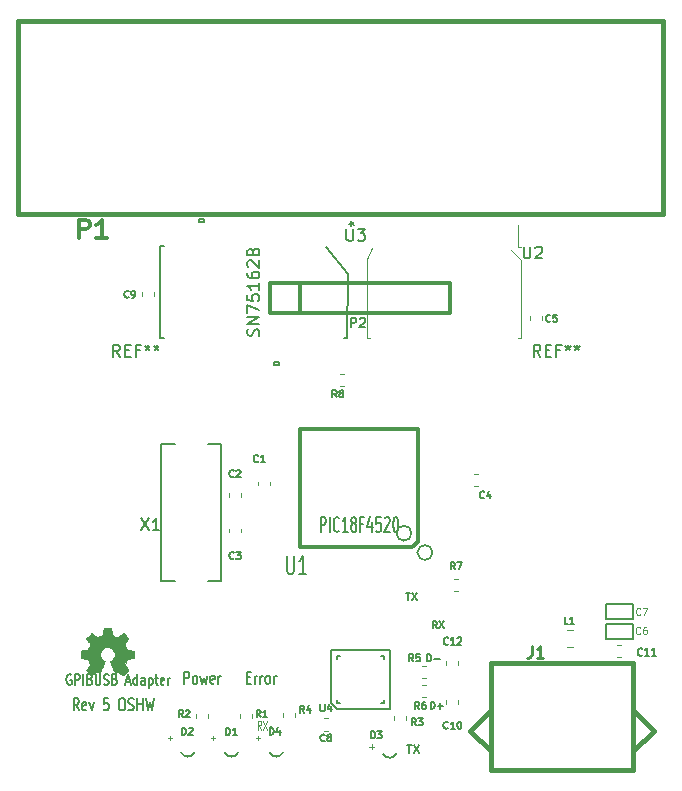
<source format=gto>
G04 #@! TF.GenerationSoftware,KiCad,Pcbnew,(5.1.4)-1*
G04 #@! TF.CreationDate,2020-11-06T15:37:27+01:00*
G04 #@! TF.ProjectId,usb_to_gpib,7573625f-746f-45f6-9770-69622e6b6963,RevB*
G04 #@! TF.SameCoordinates,Original*
G04 #@! TF.FileFunction,Legend,Top*
G04 #@! TF.FilePolarity,Positive*
%FSLAX46Y46*%
G04 Gerber Fmt 4.6, Leading zero omitted, Abs format (unit mm)*
G04 Created by KiCad (PCBNEW (5.1.4)-1) date 2020-11-06 15:37:27*
%MOMM*%
%LPD*%
G04 APERTURE LIST*
%ADD10C,0.152400*%
%ADD11C,0.127000*%
%ADD12C,0.101600*%
%ADD13C,0.150000*%
%ADD14C,0.190500*%
%ADD15C,0.149860*%
%ADD16C,0.200660*%
%ADD17C,0.120000*%
%ADD18C,0.203200*%
%ADD19C,0.304800*%
%ADD20C,0.381000*%
%ADD21C,0.002540*%
%ADD22C,0.200000*%
%ADD23C,0.250000*%
%ADD24C,0.114300*%
%ADD25C,0.050000*%
G04 APERTURE END LIST*
D10*
X48933333Y-143690000D02*
X48866666Y-143647142D01*
X48766666Y-143647142D01*
X48666666Y-143690000D01*
X48600000Y-143775714D01*
X48566666Y-143861428D01*
X48533333Y-144032857D01*
X48533333Y-144161428D01*
X48566666Y-144332857D01*
X48600000Y-144418571D01*
X48666666Y-144504285D01*
X48766666Y-144547142D01*
X48833333Y-144547142D01*
X48933333Y-144504285D01*
X48966666Y-144461428D01*
X48966666Y-144161428D01*
X48833333Y-144161428D01*
X49266666Y-144547142D02*
X49266666Y-143647142D01*
X49533333Y-143647142D01*
X49600000Y-143690000D01*
X49633333Y-143732857D01*
X49666666Y-143818571D01*
X49666666Y-143947142D01*
X49633333Y-144032857D01*
X49600000Y-144075714D01*
X49533333Y-144118571D01*
X49266666Y-144118571D01*
X49966666Y-144547142D02*
X49966666Y-143647142D01*
X50533333Y-144075714D02*
X50633333Y-144118571D01*
X50666666Y-144161428D01*
X50700000Y-144247142D01*
X50700000Y-144375714D01*
X50666666Y-144461428D01*
X50633333Y-144504285D01*
X50566666Y-144547142D01*
X50300000Y-144547142D01*
X50300000Y-143647142D01*
X50533333Y-143647142D01*
X50600000Y-143690000D01*
X50633333Y-143732857D01*
X50666666Y-143818571D01*
X50666666Y-143904285D01*
X50633333Y-143990000D01*
X50600000Y-144032857D01*
X50533333Y-144075714D01*
X50300000Y-144075714D01*
X51000000Y-143647142D02*
X51000000Y-144375714D01*
X51033333Y-144461428D01*
X51066666Y-144504285D01*
X51133333Y-144547142D01*
X51266666Y-144547142D01*
X51333333Y-144504285D01*
X51366666Y-144461428D01*
X51400000Y-144375714D01*
X51400000Y-143647142D01*
X51700000Y-144504285D02*
X51800000Y-144547142D01*
X51966666Y-144547142D01*
X52033333Y-144504285D01*
X52066666Y-144461428D01*
X52100000Y-144375714D01*
X52100000Y-144290000D01*
X52066666Y-144204285D01*
X52033333Y-144161428D01*
X51966666Y-144118571D01*
X51833333Y-144075714D01*
X51766666Y-144032857D01*
X51733333Y-143990000D01*
X51700000Y-143904285D01*
X51700000Y-143818571D01*
X51733333Y-143732857D01*
X51766666Y-143690000D01*
X51833333Y-143647142D01*
X52000000Y-143647142D01*
X52100000Y-143690000D01*
X52633333Y-144075714D02*
X52733333Y-144118571D01*
X52766666Y-144161428D01*
X52800000Y-144247142D01*
X52800000Y-144375714D01*
X52766666Y-144461428D01*
X52733333Y-144504285D01*
X52666666Y-144547142D01*
X52400000Y-144547142D01*
X52400000Y-143647142D01*
X52633333Y-143647142D01*
X52700000Y-143690000D01*
X52733333Y-143732857D01*
X52766666Y-143818571D01*
X52766666Y-143904285D01*
X52733333Y-143990000D01*
X52700000Y-144032857D01*
X52633333Y-144075714D01*
X52400000Y-144075714D01*
X53600000Y-144290000D02*
X53933333Y-144290000D01*
X53533333Y-144547142D02*
X53766666Y-143647142D01*
X54000000Y-144547142D01*
X54533333Y-144547142D02*
X54533333Y-143647142D01*
X54533333Y-144504285D02*
X54466666Y-144547142D01*
X54333333Y-144547142D01*
X54266666Y-144504285D01*
X54233333Y-144461428D01*
X54200000Y-144375714D01*
X54200000Y-144118571D01*
X54233333Y-144032857D01*
X54266666Y-143990000D01*
X54333333Y-143947142D01*
X54466666Y-143947142D01*
X54533333Y-143990000D01*
X55166666Y-144547142D02*
X55166666Y-144075714D01*
X55133333Y-143990000D01*
X55066666Y-143947142D01*
X54933333Y-143947142D01*
X54866666Y-143990000D01*
X55166666Y-144504285D02*
X55100000Y-144547142D01*
X54933333Y-144547142D01*
X54866666Y-144504285D01*
X54833333Y-144418571D01*
X54833333Y-144332857D01*
X54866666Y-144247142D01*
X54933333Y-144204285D01*
X55100000Y-144204285D01*
X55166666Y-144161428D01*
X55500000Y-143947142D02*
X55500000Y-144847142D01*
X55500000Y-143990000D02*
X55566666Y-143947142D01*
X55700000Y-143947142D01*
X55766666Y-143990000D01*
X55800000Y-144032857D01*
X55833333Y-144118571D01*
X55833333Y-144375714D01*
X55800000Y-144461428D01*
X55766666Y-144504285D01*
X55700000Y-144547142D01*
X55566666Y-144547142D01*
X55500000Y-144504285D01*
X56033333Y-143947142D02*
X56300000Y-143947142D01*
X56133333Y-143647142D02*
X56133333Y-144418571D01*
X56166666Y-144504285D01*
X56233333Y-144547142D01*
X56300000Y-144547142D01*
X56800000Y-144504285D02*
X56733333Y-144547142D01*
X56600000Y-144547142D01*
X56533333Y-144504285D01*
X56500000Y-144418571D01*
X56500000Y-144075714D01*
X56533333Y-143990000D01*
X56600000Y-143947142D01*
X56733333Y-143947142D01*
X56800000Y-143990000D01*
X56833333Y-144075714D01*
X56833333Y-144161428D01*
X56500000Y-144247142D01*
X57133333Y-144547142D02*
X57133333Y-143947142D01*
X57133333Y-144118571D02*
X57166666Y-144032857D01*
X57200000Y-143990000D01*
X57266666Y-143947142D01*
X57333333Y-143947142D01*
D11*
X77292857Y-136751428D02*
X77635714Y-136751428D01*
X77464285Y-137351428D02*
X77464285Y-136751428D01*
X77778571Y-136751428D02*
X78178571Y-137351428D01*
X78178571Y-136751428D02*
X77778571Y-137351428D01*
D12*
X65025333Y-148344714D02*
X64856000Y-147981857D01*
X64735047Y-148344714D02*
X64735047Y-147582714D01*
X64928571Y-147582714D01*
X64976952Y-147619000D01*
X65001142Y-147655285D01*
X65025333Y-147727857D01*
X65025333Y-147836714D01*
X65001142Y-147909285D01*
X64976952Y-147945571D01*
X64928571Y-147981857D01*
X64735047Y-147981857D01*
X65194666Y-147582714D02*
X65533333Y-148344714D01*
X65533333Y-147582714D02*
X65194666Y-148344714D01*
D10*
X77366666Y-149616666D02*
X77766666Y-149616666D01*
X77566666Y-150316666D02*
X77566666Y-149616666D01*
X77933333Y-149616666D02*
X78400000Y-150316666D01*
X78400000Y-149616666D02*
X77933333Y-150316666D01*
D13*
X79900000Y-139771428D02*
X79700000Y-139485714D01*
X79557142Y-139771428D02*
X79557142Y-139171428D01*
X79785714Y-139171428D01*
X79842857Y-139200000D01*
X79871428Y-139228571D01*
X79900000Y-139285714D01*
X79900000Y-139371428D01*
X79871428Y-139428571D01*
X79842857Y-139457142D01*
X79785714Y-139485714D01*
X79557142Y-139485714D01*
X80100000Y-139171428D02*
X80500000Y-139771428D01*
X80500000Y-139171428D02*
X80100000Y-139771428D01*
X79071428Y-142571428D02*
X79071428Y-141971428D01*
X79214285Y-141971428D01*
X79300000Y-142000000D01*
X79357142Y-142057142D01*
X79385714Y-142114285D01*
X79414285Y-142228571D01*
X79414285Y-142314285D01*
X79385714Y-142428571D01*
X79357142Y-142485714D01*
X79300000Y-142542857D01*
X79214285Y-142571428D01*
X79071428Y-142571428D01*
X79671428Y-142342857D02*
X80128571Y-142342857D01*
X79371428Y-146571428D02*
X79371428Y-145971428D01*
X79514285Y-145971428D01*
X79600000Y-146000000D01*
X79657142Y-146057142D01*
X79685714Y-146114285D01*
X79714285Y-146228571D01*
X79714285Y-146314285D01*
X79685714Y-146428571D01*
X79657142Y-146485714D01*
X79600000Y-146542857D01*
X79514285Y-146571428D01*
X79371428Y-146571428D01*
X79971428Y-146342857D02*
X80428571Y-146342857D01*
X80200000Y-146571428D02*
X80200000Y-146114285D01*
D14*
X63784428Y-143927428D02*
X64038428Y-143927428D01*
X64147285Y-144459619D02*
X63784428Y-144459619D01*
X63784428Y-143443619D01*
X64147285Y-143443619D01*
X64473857Y-144459619D02*
X64473857Y-143782285D01*
X64473857Y-143975809D02*
X64510142Y-143879047D01*
X64546428Y-143830666D01*
X64619000Y-143782285D01*
X64691571Y-143782285D01*
X64945571Y-144459619D02*
X64945571Y-143782285D01*
X64945571Y-143975809D02*
X64981857Y-143879047D01*
X65018142Y-143830666D01*
X65090714Y-143782285D01*
X65163285Y-143782285D01*
X65526142Y-144459619D02*
X65453571Y-144411238D01*
X65417285Y-144362857D01*
X65381000Y-144266095D01*
X65381000Y-143975809D01*
X65417285Y-143879047D01*
X65453571Y-143830666D01*
X65526142Y-143782285D01*
X65635000Y-143782285D01*
X65707571Y-143830666D01*
X65743857Y-143879047D01*
X65780142Y-143975809D01*
X65780142Y-144266095D01*
X65743857Y-144362857D01*
X65707571Y-144411238D01*
X65635000Y-144459619D01*
X65526142Y-144459619D01*
X66106714Y-144459619D02*
X66106714Y-143782285D01*
X66106714Y-143975809D02*
X66143000Y-143879047D01*
X66179285Y-143830666D01*
X66251857Y-143782285D01*
X66324428Y-143782285D01*
X58494142Y-144459619D02*
X58494142Y-143443619D01*
X58784428Y-143443619D01*
X58857000Y-143492000D01*
X58893285Y-143540380D01*
X58929571Y-143637142D01*
X58929571Y-143782285D01*
X58893285Y-143879047D01*
X58857000Y-143927428D01*
X58784428Y-143975809D01*
X58494142Y-143975809D01*
X59365000Y-144459619D02*
X59292428Y-144411238D01*
X59256142Y-144362857D01*
X59219857Y-144266095D01*
X59219857Y-143975809D01*
X59256142Y-143879047D01*
X59292428Y-143830666D01*
X59365000Y-143782285D01*
X59473857Y-143782285D01*
X59546428Y-143830666D01*
X59582714Y-143879047D01*
X59619000Y-143975809D01*
X59619000Y-144266095D01*
X59582714Y-144362857D01*
X59546428Y-144411238D01*
X59473857Y-144459619D01*
X59365000Y-144459619D01*
X59873000Y-143782285D02*
X60018142Y-144459619D01*
X60163285Y-143975809D01*
X60308428Y-144459619D01*
X60453571Y-143782285D01*
X61034142Y-144411238D02*
X60961571Y-144459619D01*
X60816428Y-144459619D01*
X60743857Y-144411238D01*
X60707571Y-144314476D01*
X60707571Y-143927428D01*
X60743857Y-143830666D01*
X60816428Y-143782285D01*
X60961571Y-143782285D01*
X61034142Y-143830666D01*
X61070428Y-143927428D01*
X61070428Y-144024190D01*
X60707571Y-144120952D01*
X61397000Y-144459619D02*
X61397000Y-143782285D01*
X61397000Y-143975809D02*
X61433285Y-143879047D01*
X61469571Y-143830666D01*
X61542142Y-143782285D01*
X61614714Y-143782285D01*
X49579000Y-146709619D02*
X49325000Y-146225809D01*
X49143571Y-146709619D02*
X49143571Y-145693619D01*
X49433857Y-145693619D01*
X49506428Y-145742000D01*
X49542714Y-145790380D01*
X49579000Y-145887142D01*
X49579000Y-146032285D01*
X49542714Y-146129047D01*
X49506428Y-146177428D01*
X49433857Y-146225809D01*
X49143571Y-146225809D01*
X50195857Y-146661238D02*
X50123285Y-146709619D01*
X49978142Y-146709619D01*
X49905571Y-146661238D01*
X49869285Y-146564476D01*
X49869285Y-146177428D01*
X49905571Y-146080666D01*
X49978142Y-146032285D01*
X50123285Y-146032285D01*
X50195857Y-146080666D01*
X50232142Y-146177428D01*
X50232142Y-146274190D01*
X49869285Y-146370952D01*
X50486142Y-146032285D02*
X50667571Y-146709619D01*
X50849000Y-146032285D01*
X52082714Y-145693619D02*
X51719857Y-145693619D01*
X51683571Y-146177428D01*
X51719857Y-146129047D01*
X51792428Y-146080666D01*
X51973857Y-146080666D01*
X52046428Y-146129047D01*
X52082714Y-146177428D01*
X52119000Y-146274190D01*
X52119000Y-146516095D01*
X52082714Y-146612857D01*
X52046428Y-146661238D01*
X51973857Y-146709619D01*
X51792428Y-146709619D01*
X51719857Y-146661238D01*
X51683571Y-146612857D01*
X53171285Y-145693619D02*
X53316428Y-145693619D01*
X53389000Y-145742000D01*
X53461571Y-145838761D01*
X53497857Y-146032285D01*
X53497857Y-146370952D01*
X53461571Y-146564476D01*
X53389000Y-146661238D01*
X53316428Y-146709619D01*
X53171285Y-146709619D01*
X53098714Y-146661238D01*
X53026142Y-146564476D01*
X52989857Y-146370952D01*
X52989857Y-146032285D01*
X53026142Y-145838761D01*
X53098714Y-145742000D01*
X53171285Y-145693619D01*
X53788142Y-146661238D02*
X53897000Y-146709619D01*
X54078428Y-146709619D01*
X54151000Y-146661238D01*
X54187285Y-146612857D01*
X54223571Y-146516095D01*
X54223571Y-146419333D01*
X54187285Y-146322571D01*
X54151000Y-146274190D01*
X54078428Y-146225809D01*
X53933285Y-146177428D01*
X53860714Y-146129047D01*
X53824428Y-146080666D01*
X53788142Y-145983904D01*
X53788142Y-145887142D01*
X53824428Y-145790380D01*
X53860714Y-145742000D01*
X53933285Y-145693619D01*
X54114714Y-145693619D01*
X54223571Y-145742000D01*
X54550142Y-146709619D02*
X54550142Y-145693619D01*
X54550142Y-146177428D02*
X54985571Y-146177428D01*
X54985571Y-146709619D02*
X54985571Y-145693619D01*
X55275857Y-145693619D02*
X55457285Y-146709619D01*
X55602428Y-145983904D01*
X55747571Y-146709619D01*
X55929000Y-145693619D01*
D15*
X75938400Y-146614600D02*
X75938400Y-141636200D01*
X75938400Y-141636200D02*
X70960000Y-141636200D01*
D16*
X75440560Y-146116760D02*
X75440560Y-145867840D01*
X75191640Y-146116760D02*
X75440560Y-146116760D01*
X75440560Y-142134040D02*
X75191640Y-142134040D01*
X75440560Y-142382960D02*
X75440560Y-142134040D01*
X71457840Y-142134040D02*
X71457840Y-142382960D01*
X71706760Y-142134040D02*
X71457840Y-142134040D01*
X71457840Y-146116760D02*
X71706760Y-146116760D01*
X71457840Y-145867840D02*
X71457840Y-146116760D01*
D15*
X70960000Y-146116760D02*
X71457840Y-146614600D01*
X70960000Y-146116760D02*
X70960000Y-141636200D01*
X71457840Y-146614600D02*
X75938400Y-146614600D01*
D17*
X74430000Y-107580000D02*
X73990000Y-108490000D01*
X86990000Y-108570000D02*
X86170000Y-107710000D01*
X73990000Y-111300000D02*
X73990000Y-115160000D01*
X73990000Y-115160000D02*
X74225000Y-115160000D01*
X73990000Y-111300000D02*
X73990000Y-108490000D01*
X87010000Y-111300000D02*
X87010000Y-115160000D01*
X87010000Y-115160000D02*
X86775000Y-115160000D01*
X87010000Y-111300000D02*
X87010000Y-108640000D01*
X87010000Y-107440000D02*
X86775000Y-107440000D01*
X86775000Y-107440000D02*
X86775000Y-105625000D01*
D18*
X79525000Y-133350000D02*
G75*
G03X79525000Y-133350000I-635000J0D01*
G01*
X77745000Y-131710000D02*
G75*
G03X77745000Y-131710000I-635000J0D01*
G01*
D19*
X78303800Y-132421200D02*
X77821200Y-132903800D01*
X77821200Y-132903800D02*
X68296200Y-132903800D01*
X78303800Y-132421200D02*
X78303800Y-122896200D01*
X68296200Y-122896200D02*
X78303800Y-122896200D01*
X68296200Y-132903800D02*
X68296200Y-122896200D01*
D20*
X84460400Y-142710400D02*
X84460400Y-148425400D01*
X96500000Y-142710400D02*
X84460400Y-142710400D01*
X96500000Y-148425400D02*
X96500000Y-142710400D01*
X84460400Y-151752800D02*
X96500000Y-151752800D01*
X82707800Y-148425400D02*
X84460400Y-150178000D01*
X84460400Y-146672800D02*
X82707800Y-148425400D01*
X98252600Y-148425400D02*
X96500000Y-150178000D01*
X96500000Y-146672800D02*
X98252600Y-148425400D01*
X84460400Y-148450800D02*
X84460400Y-151752800D01*
X96500000Y-148450800D02*
X96500000Y-151752800D01*
D21*
G36*
X50651260Y-143748980D02*
G01*
X50674120Y-143736280D01*
X50727460Y-143703260D01*
X50801120Y-143655000D01*
X50890020Y-143596580D01*
X50976380Y-143535620D01*
X51050040Y-143487360D01*
X51100840Y-143454340D01*
X51121160Y-143444180D01*
X51133860Y-143446720D01*
X51174500Y-143467040D01*
X51235460Y-143500060D01*
X51271020Y-143517840D01*
X51326900Y-143540700D01*
X51354840Y-143545780D01*
X51359920Y-143538160D01*
X51380240Y-143497520D01*
X51410720Y-143423860D01*
X51453900Y-143327340D01*
X51502160Y-143213040D01*
X51552960Y-143091120D01*
X51606300Y-142969200D01*
X51654560Y-142849820D01*
X51697740Y-142743140D01*
X51733300Y-142656780D01*
X51756160Y-142595820D01*
X51763780Y-142570420D01*
X51761240Y-142565340D01*
X51733300Y-142537400D01*
X51685040Y-142501840D01*
X51580900Y-142415480D01*
X51476760Y-142285940D01*
X51413260Y-142138620D01*
X51390400Y-141973520D01*
X51408180Y-141823660D01*
X51469140Y-141678880D01*
X51570740Y-141546800D01*
X51695200Y-141450280D01*
X51837440Y-141386780D01*
X52000000Y-141366460D01*
X52154940Y-141384240D01*
X52302260Y-141442660D01*
X52434340Y-141544260D01*
X52490220Y-141607760D01*
X52566420Y-141739840D01*
X52609600Y-141882080D01*
X52614680Y-141917640D01*
X52607060Y-142075120D01*
X52561340Y-142224980D01*
X52480060Y-142357060D01*
X52365760Y-142468820D01*
X52350520Y-142478980D01*
X52297180Y-142517080D01*
X52261620Y-142545020D01*
X52233680Y-142567880D01*
X52431800Y-143047940D01*
X52464820Y-143124140D01*
X52518160Y-143253680D01*
X52566420Y-143367980D01*
X52607060Y-143456880D01*
X52632460Y-143517840D01*
X52645160Y-143540700D01*
X52645160Y-143543240D01*
X52662940Y-143545780D01*
X52698500Y-143533080D01*
X52767080Y-143500060D01*
X52810260Y-143477200D01*
X52861060Y-143451800D01*
X52883920Y-143444180D01*
X52904240Y-143454340D01*
X52952500Y-143484820D01*
X53023620Y-143533080D01*
X53109980Y-143591500D01*
X53191260Y-143647380D01*
X53264920Y-143695640D01*
X53320800Y-143731200D01*
X53346200Y-143746440D01*
X53351280Y-143746440D01*
X53374140Y-143733740D01*
X53417320Y-143695640D01*
X53483360Y-143634680D01*
X53574800Y-143543240D01*
X53590040Y-143530540D01*
X53666240Y-143451800D01*
X53727200Y-143388300D01*
X53767840Y-143342580D01*
X53783080Y-143319720D01*
X53770380Y-143294320D01*
X53734820Y-143240980D01*
X53686560Y-143164780D01*
X53625600Y-143075880D01*
X53465580Y-142844740D01*
X53554480Y-142626300D01*
X53579880Y-142560260D01*
X53615440Y-142478980D01*
X53640840Y-142423100D01*
X53653540Y-142397700D01*
X53676400Y-142387540D01*
X53734820Y-142374840D01*
X53821180Y-142357060D01*
X53925320Y-142336740D01*
X54024380Y-142318960D01*
X54110740Y-142301180D01*
X54176780Y-142288480D01*
X54204720Y-142283400D01*
X54212340Y-142280860D01*
X54217420Y-142265620D01*
X54219960Y-142235140D01*
X54222500Y-142181800D01*
X54225040Y-142097980D01*
X54225040Y-141973520D01*
X54225040Y-141960820D01*
X54222500Y-141843980D01*
X54222500Y-141750000D01*
X54217420Y-141691580D01*
X54214880Y-141666180D01*
X54186940Y-141661100D01*
X54123440Y-141645860D01*
X54034540Y-141630620D01*
X53930400Y-141610300D01*
X53922780Y-141607760D01*
X53818640Y-141587440D01*
X53729740Y-141569660D01*
X53668780Y-141554420D01*
X53640840Y-141546800D01*
X53635760Y-141539180D01*
X53615440Y-141498540D01*
X53584960Y-141432500D01*
X53549400Y-141353760D01*
X53516380Y-141269940D01*
X53485900Y-141196280D01*
X53465580Y-141140400D01*
X53460500Y-141115000D01*
X53475740Y-141089600D01*
X53511300Y-141036260D01*
X53562100Y-140960060D01*
X53625600Y-140871160D01*
X53628140Y-140863540D01*
X53689100Y-140774640D01*
X53739900Y-140698440D01*
X53770380Y-140645100D01*
X53783080Y-140622240D01*
X53783080Y-140619700D01*
X53762760Y-140594300D01*
X53717040Y-140543500D01*
X53653540Y-140474920D01*
X53574800Y-140396180D01*
X53549400Y-140370780D01*
X53463040Y-140286960D01*
X53404620Y-140231080D01*
X53366520Y-140203140D01*
X53348740Y-140195520D01*
X53320800Y-140213300D01*
X53264920Y-140248860D01*
X53188720Y-140302200D01*
X53097280Y-140363160D01*
X53092200Y-140365700D01*
X53003300Y-140426660D01*
X52929640Y-140477460D01*
X52876300Y-140513020D01*
X52853440Y-140525720D01*
X52848360Y-140525720D01*
X52812800Y-140515560D01*
X52749300Y-140492700D01*
X52673100Y-140462220D01*
X52589280Y-140429200D01*
X52515620Y-140398720D01*
X52459740Y-140373320D01*
X52431800Y-140358080D01*
X52431800Y-140355540D01*
X52421640Y-140325060D01*
X52406400Y-140259020D01*
X52388620Y-140167580D01*
X52368300Y-140058360D01*
X52363220Y-140040580D01*
X52342900Y-139933900D01*
X52327660Y-139847540D01*
X52314960Y-139786580D01*
X52307340Y-139761180D01*
X52292100Y-139758640D01*
X52241300Y-139753560D01*
X52162560Y-139751020D01*
X52066040Y-139751020D01*
X51966980Y-139751020D01*
X51867920Y-139753560D01*
X51784100Y-139756100D01*
X51725680Y-139761180D01*
X51700280Y-139766260D01*
X51697740Y-139766260D01*
X51690120Y-139799280D01*
X51674880Y-139865320D01*
X51657100Y-139959300D01*
X51634240Y-140068520D01*
X51631700Y-140086300D01*
X51611380Y-140192980D01*
X51593600Y-140279340D01*
X51580900Y-140340300D01*
X51573280Y-140363160D01*
X51565660Y-140368240D01*
X51519940Y-140386020D01*
X51448820Y-140416500D01*
X51362460Y-140452060D01*
X51159260Y-140533340D01*
X50907800Y-140363160D01*
X50884940Y-140347920D01*
X50796040Y-140286960D01*
X50722380Y-140236160D01*
X50671580Y-140203140D01*
X50648720Y-140192980D01*
X50623320Y-140215840D01*
X50572520Y-140261560D01*
X50506480Y-140327600D01*
X50427740Y-140406340D01*
X50369320Y-140462220D01*
X50300740Y-140533340D01*
X50255020Y-140581600D01*
X50232160Y-140612080D01*
X50224540Y-140629860D01*
X50227080Y-140642560D01*
X50242320Y-140667960D01*
X50277880Y-140721300D01*
X50331220Y-140797500D01*
X50392180Y-140886400D01*
X50440440Y-140960060D01*
X50496320Y-141043880D01*
X50531880Y-141104840D01*
X50542040Y-141132780D01*
X50539500Y-141145480D01*
X50521720Y-141193740D01*
X50493780Y-141267400D01*
X50455680Y-141356300D01*
X50369320Y-141554420D01*
X50239780Y-141579820D01*
X50161040Y-141592520D01*
X50049280Y-141615380D01*
X49945140Y-141635700D01*
X49780040Y-141666180D01*
X49774960Y-142268160D01*
X49800360Y-142278320D01*
X49825760Y-142285940D01*
X49886720Y-142298640D01*
X49973080Y-142316420D01*
X50074680Y-142336740D01*
X50161040Y-142351980D01*
X50249940Y-142369760D01*
X50313440Y-142382460D01*
X50341380Y-142387540D01*
X50349000Y-142397700D01*
X50369320Y-142438340D01*
X50402340Y-142506920D01*
X50435360Y-142588200D01*
X50470920Y-142672020D01*
X50501400Y-142750760D01*
X50524260Y-142809180D01*
X50531880Y-142842200D01*
X50519180Y-142865060D01*
X50486160Y-142915860D01*
X50437900Y-142989520D01*
X50379480Y-143075880D01*
X50318520Y-143164780D01*
X50267720Y-143238440D01*
X50234700Y-143291780D01*
X50219460Y-143317180D01*
X50227080Y-143334960D01*
X50260100Y-143375600D01*
X50326140Y-143444180D01*
X50425200Y-143540700D01*
X50440440Y-143555940D01*
X50519180Y-143632140D01*
X50585220Y-143693100D01*
X50630940Y-143733740D01*
X50651260Y-143748980D01*
X50651260Y-143748980D01*
G37*
X50651260Y-143748980D02*
X50674120Y-143736280D01*
X50727460Y-143703260D01*
X50801120Y-143655000D01*
X50890020Y-143596580D01*
X50976380Y-143535620D01*
X51050040Y-143487360D01*
X51100840Y-143454340D01*
X51121160Y-143444180D01*
X51133860Y-143446720D01*
X51174500Y-143467040D01*
X51235460Y-143500060D01*
X51271020Y-143517840D01*
X51326900Y-143540700D01*
X51354840Y-143545780D01*
X51359920Y-143538160D01*
X51380240Y-143497520D01*
X51410720Y-143423860D01*
X51453900Y-143327340D01*
X51502160Y-143213040D01*
X51552960Y-143091120D01*
X51606300Y-142969200D01*
X51654560Y-142849820D01*
X51697740Y-142743140D01*
X51733300Y-142656780D01*
X51756160Y-142595820D01*
X51763780Y-142570420D01*
X51761240Y-142565340D01*
X51733300Y-142537400D01*
X51685040Y-142501840D01*
X51580900Y-142415480D01*
X51476760Y-142285940D01*
X51413260Y-142138620D01*
X51390400Y-141973520D01*
X51408180Y-141823660D01*
X51469140Y-141678880D01*
X51570740Y-141546800D01*
X51695200Y-141450280D01*
X51837440Y-141386780D01*
X52000000Y-141366460D01*
X52154940Y-141384240D01*
X52302260Y-141442660D01*
X52434340Y-141544260D01*
X52490220Y-141607760D01*
X52566420Y-141739840D01*
X52609600Y-141882080D01*
X52614680Y-141917640D01*
X52607060Y-142075120D01*
X52561340Y-142224980D01*
X52480060Y-142357060D01*
X52365760Y-142468820D01*
X52350520Y-142478980D01*
X52297180Y-142517080D01*
X52261620Y-142545020D01*
X52233680Y-142567880D01*
X52431800Y-143047940D01*
X52464820Y-143124140D01*
X52518160Y-143253680D01*
X52566420Y-143367980D01*
X52607060Y-143456880D01*
X52632460Y-143517840D01*
X52645160Y-143540700D01*
X52645160Y-143543240D01*
X52662940Y-143545780D01*
X52698500Y-143533080D01*
X52767080Y-143500060D01*
X52810260Y-143477200D01*
X52861060Y-143451800D01*
X52883920Y-143444180D01*
X52904240Y-143454340D01*
X52952500Y-143484820D01*
X53023620Y-143533080D01*
X53109980Y-143591500D01*
X53191260Y-143647380D01*
X53264920Y-143695640D01*
X53320800Y-143731200D01*
X53346200Y-143746440D01*
X53351280Y-143746440D01*
X53374140Y-143733740D01*
X53417320Y-143695640D01*
X53483360Y-143634680D01*
X53574800Y-143543240D01*
X53590040Y-143530540D01*
X53666240Y-143451800D01*
X53727200Y-143388300D01*
X53767840Y-143342580D01*
X53783080Y-143319720D01*
X53770380Y-143294320D01*
X53734820Y-143240980D01*
X53686560Y-143164780D01*
X53625600Y-143075880D01*
X53465580Y-142844740D01*
X53554480Y-142626300D01*
X53579880Y-142560260D01*
X53615440Y-142478980D01*
X53640840Y-142423100D01*
X53653540Y-142397700D01*
X53676400Y-142387540D01*
X53734820Y-142374840D01*
X53821180Y-142357060D01*
X53925320Y-142336740D01*
X54024380Y-142318960D01*
X54110740Y-142301180D01*
X54176780Y-142288480D01*
X54204720Y-142283400D01*
X54212340Y-142280860D01*
X54217420Y-142265620D01*
X54219960Y-142235140D01*
X54222500Y-142181800D01*
X54225040Y-142097980D01*
X54225040Y-141973520D01*
X54225040Y-141960820D01*
X54222500Y-141843980D01*
X54222500Y-141750000D01*
X54217420Y-141691580D01*
X54214880Y-141666180D01*
X54186940Y-141661100D01*
X54123440Y-141645860D01*
X54034540Y-141630620D01*
X53930400Y-141610300D01*
X53922780Y-141607760D01*
X53818640Y-141587440D01*
X53729740Y-141569660D01*
X53668780Y-141554420D01*
X53640840Y-141546800D01*
X53635760Y-141539180D01*
X53615440Y-141498540D01*
X53584960Y-141432500D01*
X53549400Y-141353760D01*
X53516380Y-141269940D01*
X53485900Y-141196280D01*
X53465580Y-141140400D01*
X53460500Y-141115000D01*
X53475740Y-141089600D01*
X53511300Y-141036260D01*
X53562100Y-140960060D01*
X53625600Y-140871160D01*
X53628140Y-140863540D01*
X53689100Y-140774640D01*
X53739900Y-140698440D01*
X53770380Y-140645100D01*
X53783080Y-140622240D01*
X53783080Y-140619700D01*
X53762760Y-140594300D01*
X53717040Y-140543500D01*
X53653540Y-140474920D01*
X53574800Y-140396180D01*
X53549400Y-140370780D01*
X53463040Y-140286960D01*
X53404620Y-140231080D01*
X53366520Y-140203140D01*
X53348740Y-140195520D01*
X53320800Y-140213300D01*
X53264920Y-140248860D01*
X53188720Y-140302200D01*
X53097280Y-140363160D01*
X53092200Y-140365700D01*
X53003300Y-140426660D01*
X52929640Y-140477460D01*
X52876300Y-140513020D01*
X52853440Y-140525720D01*
X52848360Y-140525720D01*
X52812800Y-140515560D01*
X52749300Y-140492700D01*
X52673100Y-140462220D01*
X52589280Y-140429200D01*
X52515620Y-140398720D01*
X52459740Y-140373320D01*
X52431800Y-140358080D01*
X52431800Y-140355540D01*
X52421640Y-140325060D01*
X52406400Y-140259020D01*
X52388620Y-140167580D01*
X52368300Y-140058360D01*
X52363220Y-140040580D01*
X52342900Y-139933900D01*
X52327660Y-139847540D01*
X52314960Y-139786580D01*
X52307340Y-139761180D01*
X52292100Y-139758640D01*
X52241300Y-139753560D01*
X52162560Y-139751020D01*
X52066040Y-139751020D01*
X51966980Y-139751020D01*
X51867920Y-139753560D01*
X51784100Y-139756100D01*
X51725680Y-139761180D01*
X51700280Y-139766260D01*
X51697740Y-139766260D01*
X51690120Y-139799280D01*
X51674880Y-139865320D01*
X51657100Y-139959300D01*
X51634240Y-140068520D01*
X51631700Y-140086300D01*
X51611380Y-140192980D01*
X51593600Y-140279340D01*
X51580900Y-140340300D01*
X51573280Y-140363160D01*
X51565660Y-140368240D01*
X51519940Y-140386020D01*
X51448820Y-140416500D01*
X51362460Y-140452060D01*
X51159260Y-140533340D01*
X50907800Y-140363160D01*
X50884940Y-140347920D01*
X50796040Y-140286960D01*
X50722380Y-140236160D01*
X50671580Y-140203140D01*
X50648720Y-140192980D01*
X50623320Y-140215840D01*
X50572520Y-140261560D01*
X50506480Y-140327600D01*
X50427740Y-140406340D01*
X50369320Y-140462220D01*
X50300740Y-140533340D01*
X50255020Y-140581600D01*
X50232160Y-140612080D01*
X50224540Y-140629860D01*
X50227080Y-140642560D01*
X50242320Y-140667960D01*
X50277880Y-140721300D01*
X50331220Y-140797500D01*
X50392180Y-140886400D01*
X50440440Y-140960060D01*
X50496320Y-141043880D01*
X50531880Y-141104840D01*
X50542040Y-141132780D01*
X50539500Y-141145480D01*
X50521720Y-141193740D01*
X50493780Y-141267400D01*
X50455680Y-141356300D01*
X50369320Y-141554420D01*
X50239780Y-141579820D01*
X50161040Y-141592520D01*
X50049280Y-141615380D01*
X49945140Y-141635700D01*
X49780040Y-141666180D01*
X49774960Y-142268160D01*
X49800360Y-142278320D01*
X49825760Y-142285940D01*
X49886720Y-142298640D01*
X49973080Y-142316420D01*
X50074680Y-142336740D01*
X50161040Y-142351980D01*
X50249940Y-142369760D01*
X50313440Y-142382460D01*
X50341380Y-142387540D01*
X50349000Y-142397700D01*
X50369320Y-142438340D01*
X50402340Y-142506920D01*
X50435360Y-142588200D01*
X50470920Y-142672020D01*
X50501400Y-142750760D01*
X50524260Y-142809180D01*
X50531880Y-142842200D01*
X50519180Y-142865060D01*
X50486160Y-142915860D01*
X50437900Y-142989520D01*
X50379480Y-143075880D01*
X50318520Y-143164780D01*
X50267720Y-143238440D01*
X50234700Y-143291780D01*
X50219460Y-143317180D01*
X50227080Y-143334960D01*
X50260100Y-143375600D01*
X50326140Y-143444180D01*
X50425200Y-143540700D01*
X50440440Y-143555940D01*
X50519180Y-143632140D01*
X50585220Y-143693100D01*
X50630940Y-143733740D01*
X50651260Y-143748980D01*
D20*
X99084500Y-88312700D02*
X44474500Y-88312700D01*
X44474500Y-104695700D02*
X44474500Y-88312700D01*
X99084500Y-104695700D02*
X44474500Y-104695700D01*
X99084500Y-88312700D02*
X99084500Y-104695700D01*
D19*
X68280000Y-113100000D02*
X68280000Y-110560000D01*
X80980000Y-113100000D02*
X65740000Y-113100000D01*
X80980000Y-110560000D02*
X80980000Y-113100000D01*
X65740000Y-110560000D02*
X80980000Y-110560000D01*
X65740000Y-113100000D02*
X65740000Y-110560000D01*
D11*
X94219000Y-138935000D02*
X94219000Y-137665000D01*
X96505000Y-138935000D02*
X94219000Y-138935000D01*
X96505000Y-137665000D02*
X96505000Y-138935000D01*
X94219000Y-137665000D02*
X96505000Y-137665000D01*
X94195000Y-140635000D02*
X94195000Y-139365000D01*
X96481000Y-140635000D02*
X94195000Y-140635000D01*
X96481000Y-139365000D02*
X96481000Y-140635000D01*
X94195000Y-139365000D02*
X96481000Y-139365000D01*
D17*
X77310000Y-147224721D02*
X77310000Y-147550279D01*
X76290000Y-147224721D02*
X76290000Y-147550279D01*
X66890000Y-146924721D02*
X66890000Y-147250279D01*
X67910000Y-146924721D02*
X67910000Y-147250279D01*
X60510000Y-147049721D02*
X60510000Y-147375279D01*
X59490000Y-147049721D02*
X59490000Y-147375279D01*
X63210000Y-147039721D02*
X63210000Y-147365279D01*
X64230000Y-147039721D02*
X64230000Y-147365279D01*
X78975279Y-142990000D02*
X78649721Y-142990000D01*
X78975279Y-144010000D02*
X78649721Y-144010000D01*
X78975279Y-145610000D02*
X78649721Y-145610000D01*
X78975279Y-144590000D02*
X78649721Y-144590000D01*
X63310000Y-128337221D02*
X63310000Y-128662779D01*
X62290000Y-128337221D02*
X62290000Y-128662779D01*
X62290000Y-131324721D02*
X62290000Y-131650279D01*
X63310000Y-131324721D02*
X63310000Y-131650279D01*
X88810000Y-113662779D02*
X88810000Y-113337221D01*
X87790000Y-113662779D02*
X87790000Y-113337221D01*
X70685279Y-148420000D02*
X70359721Y-148420000D01*
X70685279Y-147400000D02*
X70359721Y-147400000D01*
X81710000Y-145837221D02*
X81710000Y-146162779D01*
X80690000Y-145837221D02*
X80690000Y-146162779D01*
X95137221Y-141190000D02*
X95462779Y-141190000D01*
X95137221Y-142210000D02*
X95462779Y-142210000D01*
X81710000Y-142850279D02*
X81710000Y-142524721D01*
X80690000Y-142850279D02*
X80690000Y-142524721D01*
D22*
X56550000Y-135750000D02*
X57700000Y-135750000D01*
X56550000Y-124150000D02*
X56550000Y-135750000D01*
X57700000Y-124150000D02*
X56550000Y-124150000D01*
X61650000Y-135750000D02*
X60500000Y-135750000D01*
X61650000Y-124150000D02*
X61650000Y-135750000D01*
X60500000Y-124150000D02*
X61650000Y-124150000D01*
D17*
X90893922Y-141310000D02*
X91411078Y-141310000D01*
X90893922Y-139890000D02*
X91411078Y-139890000D01*
X83375279Y-126690000D02*
X83049721Y-126690000D01*
X83375279Y-127710000D02*
X83049721Y-127710000D01*
X65810000Y-127337221D02*
X65810000Y-127662779D01*
X64790000Y-127337221D02*
X64790000Y-127662779D01*
X55910000Y-111650279D02*
X55910000Y-111324721D01*
X54890000Y-111650279D02*
X54890000Y-111324721D01*
X81324721Y-136610000D02*
X81650279Y-136610000D01*
X81324721Y-135590000D02*
X81650279Y-135590000D01*
D22*
X63050001Y-150299999D02*
G75*
G02X61950000Y-150300000I-550001J300000D01*
G01*
X59350001Y-150299999D02*
G75*
G02X58250000Y-150300000I-550001J300000D01*
G01*
X76450001Y-150399999D02*
G75*
G02X75350000Y-150400000I-550001J300000D01*
G01*
X66850001Y-150299999D02*
G75*
G02X65750000Y-150300000I-550001J300000D01*
G01*
D17*
X72012779Y-118220000D02*
X71687221Y-118220000D01*
X72012779Y-119240000D02*
X71687221Y-119240000D01*
D10*
X66495500Y-117225299D02*
X66495500Y-117479299D01*
X66114500Y-117225299D02*
X66495500Y-117225299D01*
X66114500Y-117479299D02*
X66114500Y-117225299D01*
X66495500Y-117479299D02*
X66114500Y-117479299D01*
X60145500Y-105374701D02*
X60145500Y-105120701D01*
X59764500Y-105374701D02*
X60145500Y-105374701D01*
X59764500Y-105120701D02*
X59764500Y-105374701D01*
X60145500Y-105120701D02*
X59764500Y-105120701D01*
X71996740Y-115224300D02*
X72324800Y-115224300D01*
X56803260Y-107375700D02*
X56475200Y-107375700D01*
X70530000Y-107510000D02*
X72340000Y-109730000D01*
X72324800Y-115224300D02*
X72340000Y-109730000D01*
X56475200Y-115224300D02*
X56803260Y-115224300D01*
X56475200Y-107375700D02*
X56475200Y-115224300D01*
D13*
X88666666Y-116752380D02*
X88333333Y-116276190D01*
X88095238Y-116752380D02*
X88095238Y-115752380D01*
X88476190Y-115752380D01*
X88571428Y-115800000D01*
X88619047Y-115847619D01*
X88666666Y-115942857D01*
X88666666Y-116085714D01*
X88619047Y-116180952D01*
X88571428Y-116228571D01*
X88476190Y-116276190D01*
X88095238Y-116276190D01*
X89095238Y-116228571D02*
X89428571Y-116228571D01*
X89571428Y-116752380D02*
X89095238Y-116752380D01*
X89095238Y-115752380D01*
X89571428Y-115752380D01*
X90333333Y-116228571D02*
X90000000Y-116228571D01*
X90000000Y-116752380D02*
X90000000Y-115752380D01*
X90476190Y-115752380D01*
X91000000Y-115752380D02*
X91000000Y-115990476D01*
X90761904Y-115895238D02*
X91000000Y-115990476D01*
X91238095Y-115895238D01*
X90857142Y-116180952D02*
X91000000Y-115990476D01*
X91142857Y-116180952D01*
X91761904Y-115752380D02*
X91761904Y-115990476D01*
X91523809Y-115895238D02*
X91761904Y-115990476D01*
X92000000Y-115895238D01*
X91619047Y-116180952D02*
X91761904Y-115990476D01*
X91904761Y-116180952D01*
X53066666Y-116752380D02*
X52733333Y-116276190D01*
X52495238Y-116752380D02*
X52495238Y-115752380D01*
X52876190Y-115752380D01*
X52971428Y-115800000D01*
X53019047Y-115847619D01*
X53066666Y-115942857D01*
X53066666Y-116085714D01*
X53019047Y-116180952D01*
X52971428Y-116228571D01*
X52876190Y-116276190D01*
X52495238Y-116276190D01*
X53495238Y-116228571D02*
X53828571Y-116228571D01*
X53971428Y-116752380D02*
X53495238Y-116752380D01*
X53495238Y-115752380D01*
X53971428Y-115752380D01*
X54733333Y-116228571D02*
X54400000Y-116228571D01*
X54400000Y-116752380D02*
X54400000Y-115752380D01*
X54876190Y-115752380D01*
X55400000Y-115752380D02*
X55400000Y-115990476D01*
X55161904Y-115895238D02*
X55400000Y-115990476D01*
X55638095Y-115895238D01*
X55257142Y-116180952D02*
X55400000Y-115990476D01*
X55542857Y-116180952D01*
X56161904Y-115752380D02*
X56161904Y-115990476D01*
X55923809Y-115895238D02*
X56161904Y-115990476D01*
X56400000Y-115895238D01*
X56019047Y-116180952D02*
X56161904Y-115990476D01*
X56304761Y-116180952D01*
X70042857Y-146171428D02*
X70042857Y-146657142D01*
X70071428Y-146714285D01*
X70100000Y-146742857D01*
X70157142Y-146771428D01*
X70271428Y-146771428D01*
X70328571Y-146742857D01*
X70357142Y-146714285D01*
X70385714Y-146657142D01*
X70385714Y-146171428D01*
X70928571Y-146371428D02*
X70928571Y-146771428D01*
X70785714Y-146142857D02*
X70642857Y-146571428D01*
X71014285Y-146571428D01*
X87238095Y-107452380D02*
X87238095Y-108261904D01*
X87285714Y-108357142D01*
X87333333Y-108404761D01*
X87428571Y-108452380D01*
X87619047Y-108452380D01*
X87714285Y-108404761D01*
X87761904Y-108357142D01*
X87809523Y-108261904D01*
X87809523Y-107452380D01*
X88238095Y-107547619D02*
X88285714Y-107500000D01*
X88380952Y-107452380D01*
X88619047Y-107452380D01*
X88714285Y-107500000D01*
X88761904Y-107547619D01*
X88809523Y-107642857D01*
X88809523Y-107738095D01*
X88761904Y-107880952D01*
X88190476Y-108452380D01*
X88809523Y-108452380D01*
D18*
X67225904Y-133665428D02*
X67225904Y-134899142D01*
X67274285Y-135044285D01*
X67322666Y-135116857D01*
X67419428Y-135189428D01*
X67612952Y-135189428D01*
X67709714Y-135116857D01*
X67758095Y-135044285D01*
X67806476Y-134899142D01*
X67806476Y-133665428D01*
X68822476Y-135189428D02*
X68241904Y-135189428D01*
X68532190Y-135189428D02*
X68532190Y-133665428D01*
X68435428Y-133883142D01*
X68338666Y-134028285D01*
X68241904Y-134100857D01*
D14*
X70060285Y-131611523D02*
X70060285Y-130341523D01*
X70350571Y-130341523D01*
X70423142Y-130402000D01*
X70459428Y-130462476D01*
X70495714Y-130583428D01*
X70495714Y-130764857D01*
X70459428Y-130885809D01*
X70423142Y-130946285D01*
X70350571Y-131006761D01*
X70060285Y-131006761D01*
X70822285Y-131611523D02*
X70822285Y-130341523D01*
X71620571Y-131490571D02*
X71584285Y-131551047D01*
X71475428Y-131611523D01*
X71402857Y-131611523D01*
X71294000Y-131551047D01*
X71221428Y-131430095D01*
X71185142Y-131309142D01*
X71148857Y-131067238D01*
X71148857Y-130885809D01*
X71185142Y-130643904D01*
X71221428Y-130522952D01*
X71294000Y-130402000D01*
X71402857Y-130341523D01*
X71475428Y-130341523D01*
X71584285Y-130402000D01*
X71620571Y-130462476D01*
X72346285Y-131611523D02*
X71910857Y-131611523D01*
X72128571Y-131611523D02*
X72128571Y-130341523D01*
X72056000Y-130522952D01*
X71983428Y-130643904D01*
X71910857Y-130704380D01*
X72781714Y-130885809D02*
X72709142Y-130825333D01*
X72672857Y-130764857D01*
X72636571Y-130643904D01*
X72636571Y-130583428D01*
X72672857Y-130462476D01*
X72709142Y-130402000D01*
X72781714Y-130341523D01*
X72926857Y-130341523D01*
X72999428Y-130402000D01*
X73035714Y-130462476D01*
X73072000Y-130583428D01*
X73072000Y-130643904D01*
X73035714Y-130764857D01*
X72999428Y-130825333D01*
X72926857Y-130885809D01*
X72781714Y-130885809D01*
X72709142Y-130946285D01*
X72672857Y-131006761D01*
X72636571Y-131127714D01*
X72636571Y-131369619D01*
X72672857Y-131490571D01*
X72709142Y-131551047D01*
X72781714Y-131611523D01*
X72926857Y-131611523D01*
X72999428Y-131551047D01*
X73035714Y-131490571D01*
X73072000Y-131369619D01*
X73072000Y-131127714D01*
X73035714Y-131006761D01*
X72999428Y-130946285D01*
X72926857Y-130885809D01*
X73652571Y-130946285D02*
X73398571Y-130946285D01*
X73398571Y-131611523D02*
X73398571Y-130341523D01*
X73761428Y-130341523D01*
X74378285Y-130764857D02*
X74378285Y-131611523D01*
X74196857Y-130281047D02*
X74015428Y-131188190D01*
X74487142Y-131188190D01*
X75140285Y-130341523D02*
X74777428Y-130341523D01*
X74741142Y-130946285D01*
X74777428Y-130885809D01*
X74850000Y-130825333D01*
X75031428Y-130825333D01*
X75104000Y-130885809D01*
X75140285Y-130946285D01*
X75176571Y-131067238D01*
X75176571Y-131369619D01*
X75140285Y-131490571D01*
X75104000Y-131551047D01*
X75031428Y-131611523D01*
X74850000Y-131611523D01*
X74777428Y-131551047D01*
X74741142Y-131490571D01*
X75466857Y-130462476D02*
X75503142Y-130402000D01*
X75575714Y-130341523D01*
X75757142Y-130341523D01*
X75829714Y-130402000D01*
X75866000Y-130462476D01*
X75902285Y-130583428D01*
X75902285Y-130704380D01*
X75866000Y-130885809D01*
X75430571Y-131611523D01*
X75902285Y-131611523D01*
X76374000Y-130341523D02*
X76446571Y-130341523D01*
X76519142Y-130402000D01*
X76555428Y-130462476D01*
X76591714Y-130583428D01*
X76628000Y-130825333D01*
X76628000Y-131127714D01*
X76591714Y-131369619D01*
X76555428Y-131490571D01*
X76519142Y-131551047D01*
X76446571Y-131611523D01*
X76374000Y-131611523D01*
X76301428Y-131551047D01*
X76265142Y-131490571D01*
X76228857Y-131369619D01*
X76192571Y-131127714D01*
X76192571Y-130825333D01*
X76228857Y-130583428D01*
X76265142Y-130462476D01*
X76301428Y-130402000D01*
X76374000Y-130341523D01*
D23*
X87916666Y-141267780D02*
X87916666Y-141982066D01*
X87869047Y-142124923D01*
X87773809Y-142220161D01*
X87630952Y-142267780D01*
X87535714Y-142267780D01*
X88916666Y-142267780D02*
X88345238Y-142267780D01*
X88630952Y-142267780D02*
X88630952Y-141267780D01*
X88535714Y-141410638D01*
X88440476Y-141505876D01*
X88345238Y-141553495D01*
D19*
X49625142Y-106689428D02*
X49625142Y-105165428D01*
X50205714Y-105165428D01*
X50350857Y-105238000D01*
X50423428Y-105310571D01*
X50496000Y-105455714D01*
X50496000Y-105673428D01*
X50423428Y-105818571D01*
X50350857Y-105891142D01*
X50205714Y-105963714D01*
X49625142Y-105963714D01*
X51947428Y-106689428D02*
X51076571Y-106689428D01*
X51512000Y-106689428D02*
X51512000Y-105165428D01*
X51366857Y-105383142D01*
X51221714Y-105528285D01*
X51076571Y-105600857D01*
D22*
X72609523Y-114261904D02*
X72609523Y-113461904D01*
X72914285Y-113461904D01*
X72990476Y-113500000D01*
X73028571Y-113538095D01*
X73066666Y-113614285D01*
X73066666Y-113728571D01*
X73028571Y-113804761D01*
X72990476Y-113842857D01*
X72914285Y-113880952D01*
X72609523Y-113880952D01*
X73371428Y-113538095D02*
X73409523Y-113500000D01*
X73485714Y-113461904D01*
X73676190Y-113461904D01*
X73752380Y-113500000D01*
X73790476Y-113538095D01*
X73828571Y-113614285D01*
X73828571Y-113690476D01*
X73790476Y-113804761D01*
X73333333Y-114261904D01*
X73828571Y-114261904D01*
D24*
X97130000Y-138584285D02*
X97101428Y-138612857D01*
X97015714Y-138641428D01*
X96958571Y-138641428D01*
X96872857Y-138612857D01*
X96815714Y-138555714D01*
X96787142Y-138498571D01*
X96758571Y-138384285D01*
X96758571Y-138298571D01*
X96787142Y-138184285D01*
X96815714Y-138127142D01*
X96872857Y-138070000D01*
X96958571Y-138041428D01*
X97015714Y-138041428D01*
X97101428Y-138070000D01*
X97130000Y-138098571D01*
X97330000Y-138041428D02*
X97730000Y-138041428D01*
X97472857Y-138641428D01*
X97110000Y-140204285D02*
X97081428Y-140232857D01*
X96995714Y-140261428D01*
X96938571Y-140261428D01*
X96852857Y-140232857D01*
X96795714Y-140175714D01*
X96767142Y-140118571D01*
X96738571Y-140004285D01*
X96738571Y-139918571D01*
X96767142Y-139804285D01*
X96795714Y-139747142D01*
X96852857Y-139690000D01*
X96938571Y-139661428D01*
X96995714Y-139661428D01*
X97081428Y-139690000D01*
X97110000Y-139718571D01*
X97624285Y-139661428D02*
X97510000Y-139661428D01*
X97452857Y-139690000D01*
X97424285Y-139718571D01*
X97367142Y-139804285D01*
X97338571Y-139918571D01*
X97338571Y-140147142D01*
X97367142Y-140204285D01*
X97395714Y-140232857D01*
X97452857Y-140261428D01*
X97567142Y-140261428D01*
X97624285Y-140232857D01*
X97652857Y-140204285D01*
X97681428Y-140147142D01*
X97681428Y-140004285D01*
X97652857Y-139947142D01*
X97624285Y-139918571D01*
X97567142Y-139890000D01*
X97452857Y-139890000D01*
X97395714Y-139918571D01*
X97367142Y-139947142D01*
X97338571Y-140004285D01*
D13*
X78130000Y-147981428D02*
X77930000Y-147695714D01*
X77787142Y-147981428D02*
X77787142Y-147381428D01*
X78015714Y-147381428D01*
X78072857Y-147410000D01*
X78101428Y-147438571D01*
X78130000Y-147495714D01*
X78130000Y-147581428D01*
X78101428Y-147638571D01*
X78072857Y-147667142D01*
X78015714Y-147695714D01*
X77787142Y-147695714D01*
X78330000Y-147381428D02*
X78701428Y-147381428D01*
X78501428Y-147610000D01*
X78587142Y-147610000D01*
X78644285Y-147638571D01*
X78672857Y-147667142D01*
X78701428Y-147724285D01*
X78701428Y-147867142D01*
X78672857Y-147924285D01*
X78644285Y-147952857D01*
X78587142Y-147981428D01*
X78415714Y-147981428D01*
X78358571Y-147952857D01*
X78330000Y-147924285D01*
X68660000Y-146901428D02*
X68460000Y-146615714D01*
X68317142Y-146901428D02*
X68317142Y-146301428D01*
X68545714Y-146301428D01*
X68602857Y-146330000D01*
X68631428Y-146358571D01*
X68660000Y-146415714D01*
X68660000Y-146501428D01*
X68631428Y-146558571D01*
X68602857Y-146587142D01*
X68545714Y-146615714D01*
X68317142Y-146615714D01*
X69174285Y-146501428D02*
X69174285Y-146901428D01*
X69031428Y-146272857D02*
X68888571Y-146701428D01*
X69260000Y-146701428D01*
X58400000Y-147271428D02*
X58200000Y-146985714D01*
X58057142Y-147271428D02*
X58057142Y-146671428D01*
X58285714Y-146671428D01*
X58342857Y-146700000D01*
X58371428Y-146728571D01*
X58400000Y-146785714D01*
X58400000Y-146871428D01*
X58371428Y-146928571D01*
X58342857Y-146957142D01*
X58285714Y-146985714D01*
X58057142Y-146985714D01*
X58628571Y-146728571D02*
X58657142Y-146700000D01*
X58714285Y-146671428D01*
X58857142Y-146671428D01*
X58914285Y-146700000D01*
X58942857Y-146728571D01*
X58971428Y-146785714D01*
X58971428Y-146842857D01*
X58942857Y-146928571D01*
X58600000Y-147271428D01*
X58971428Y-147271428D01*
X64970000Y-147281428D02*
X64770000Y-146995714D01*
X64627142Y-147281428D02*
X64627142Y-146681428D01*
X64855714Y-146681428D01*
X64912857Y-146710000D01*
X64941428Y-146738571D01*
X64970000Y-146795714D01*
X64970000Y-146881428D01*
X64941428Y-146938571D01*
X64912857Y-146967142D01*
X64855714Y-146995714D01*
X64627142Y-146995714D01*
X65541428Y-147281428D02*
X65198571Y-147281428D01*
X65370000Y-147281428D02*
X65370000Y-146681428D01*
X65312857Y-146767142D01*
X65255714Y-146824285D01*
X65198571Y-146852857D01*
X77900000Y-142571428D02*
X77700000Y-142285714D01*
X77557142Y-142571428D02*
X77557142Y-141971428D01*
X77785714Y-141971428D01*
X77842857Y-142000000D01*
X77871428Y-142028571D01*
X77900000Y-142085714D01*
X77900000Y-142171428D01*
X77871428Y-142228571D01*
X77842857Y-142257142D01*
X77785714Y-142285714D01*
X77557142Y-142285714D01*
X78442857Y-141971428D02*
X78157142Y-141971428D01*
X78128571Y-142257142D01*
X78157142Y-142228571D01*
X78214285Y-142200000D01*
X78357142Y-142200000D01*
X78414285Y-142228571D01*
X78442857Y-142257142D01*
X78471428Y-142314285D01*
X78471428Y-142457142D01*
X78442857Y-142514285D01*
X78414285Y-142542857D01*
X78357142Y-142571428D01*
X78214285Y-142571428D01*
X78157142Y-142542857D01*
X78128571Y-142514285D01*
X78400000Y-146601428D02*
X78200000Y-146315714D01*
X78057142Y-146601428D02*
X78057142Y-146001428D01*
X78285714Y-146001428D01*
X78342857Y-146030000D01*
X78371428Y-146058571D01*
X78400000Y-146115714D01*
X78400000Y-146201428D01*
X78371428Y-146258571D01*
X78342857Y-146287142D01*
X78285714Y-146315714D01*
X78057142Y-146315714D01*
X78914285Y-146001428D02*
X78800000Y-146001428D01*
X78742857Y-146030000D01*
X78714285Y-146058571D01*
X78657142Y-146144285D01*
X78628571Y-146258571D01*
X78628571Y-146487142D01*
X78657142Y-146544285D01*
X78685714Y-146572857D01*
X78742857Y-146601428D01*
X78857142Y-146601428D01*
X78914285Y-146572857D01*
X78942857Y-146544285D01*
X78971428Y-146487142D01*
X78971428Y-146344285D01*
X78942857Y-146287142D01*
X78914285Y-146258571D01*
X78857142Y-146230000D01*
X78742857Y-146230000D01*
X78685714Y-146258571D01*
X78657142Y-146287142D01*
X78628571Y-146344285D01*
X62700000Y-126914285D02*
X62671428Y-126942857D01*
X62585714Y-126971428D01*
X62528571Y-126971428D01*
X62442857Y-126942857D01*
X62385714Y-126885714D01*
X62357142Y-126828571D01*
X62328571Y-126714285D01*
X62328571Y-126628571D01*
X62357142Y-126514285D01*
X62385714Y-126457142D01*
X62442857Y-126400000D01*
X62528571Y-126371428D01*
X62585714Y-126371428D01*
X62671428Y-126400000D01*
X62700000Y-126428571D01*
X62928571Y-126428571D02*
X62957142Y-126400000D01*
X63014285Y-126371428D01*
X63157142Y-126371428D01*
X63214285Y-126400000D01*
X63242857Y-126428571D01*
X63271428Y-126485714D01*
X63271428Y-126542857D01*
X63242857Y-126628571D01*
X62900000Y-126971428D01*
X63271428Y-126971428D01*
X62700000Y-133834285D02*
X62671428Y-133862857D01*
X62585714Y-133891428D01*
X62528571Y-133891428D01*
X62442857Y-133862857D01*
X62385714Y-133805714D01*
X62357142Y-133748571D01*
X62328571Y-133634285D01*
X62328571Y-133548571D01*
X62357142Y-133434285D01*
X62385714Y-133377142D01*
X62442857Y-133320000D01*
X62528571Y-133291428D01*
X62585714Y-133291428D01*
X62671428Y-133320000D01*
X62700000Y-133348571D01*
X62900000Y-133291428D02*
X63271428Y-133291428D01*
X63071428Y-133520000D01*
X63157142Y-133520000D01*
X63214285Y-133548571D01*
X63242857Y-133577142D01*
X63271428Y-133634285D01*
X63271428Y-133777142D01*
X63242857Y-133834285D01*
X63214285Y-133862857D01*
X63157142Y-133891428D01*
X62985714Y-133891428D01*
X62928571Y-133862857D01*
X62900000Y-133834285D01*
X89510000Y-113754285D02*
X89481428Y-113782857D01*
X89395714Y-113811428D01*
X89338571Y-113811428D01*
X89252857Y-113782857D01*
X89195714Y-113725714D01*
X89167142Y-113668571D01*
X89138571Y-113554285D01*
X89138571Y-113468571D01*
X89167142Y-113354285D01*
X89195714Y-113297142D01*
X89252857Y-113240000D01*
X89338571Y-113211428D01*
X89395714Y-113211428D01*
X89481428Y-113240000D01*
X89510000Y-113268571D01*
X90052857Y-113211428D02*
X89767142Y-113211428D01*
X89738571Y-113497142D01*
X89767142Y-113468571D01*
X89824285Y-113440000D01*
X89967142Y-113440000D01*
X90024285Y-113468571D01*
X90052857Y-113497142D01*
X90081428Y-113554285D01*
X90081428Y-113697142D01*
X90052857Y-113754285D01*
X90024285Y-113782857D01*
X89967142Y-113811428D01*
X89824285Y-113811428D01*
X89767142Y-113782857D01*
X89738571Y-113754285D01*
X70390000Y-149274285D02*
X70361428Y-149302857D01*
X70275714Y-149331428D01*
X70218571Y-149331428D01*
X70132857Y-149302857D01*
X70075714Y-149245714D01*
X70047142Y-149188571D01*
X70018571Y-149074285D01*
X70018571Y-148988571D01*
X70047142Y-148874285D01*
X70075714Y-148817142D01*
X70132857Y-148760000D01*
X70218571Y-148731428D01*
X70275714Y-148731428D01*
X70361428Y-148760000D01*
X70390000Y-148788571D01*
X70732857Y-148988571D02*
X70675714Y-148960000D01*
X70647142Y-148931428D01*
X70618571Y-148874285D01*
X70618571Y-148845714D01*
X70647142Y-148788571D01*
X70675714Y-148760000D01*
X70732857Y-148731428D01*
X70847142Y-148731428D01*
X70904285Y-148760000D01*
X70932857Y-148788571D01*
X70961428Y-148845714D01*
X70961428Y-148874285D01*
X70932857Y-148931428D01*
X70904285Y-148960000D01*
X70847142Y-148988571D01*
X70732857Y-148988571D01*
X70675714Y-149017142D01*
X70647142Y-149045714D01*
X70618571Y-149102857D01*
X70618571Y-149217142D01*
X70647142Y-149274285D01*
X70675714Y-149302857D01*
X70732857Y-149331428D01*
X70847142Y-149331428D01*
X70904285Y-149302857D01*
X70932857Y-149274285D01*
X70961428Y-149217142D01*
X70961428Y-149102857D01*
X70932857Y-149045714D01*
X70904285Y-149017142D01*
X70847142Y-148988571D01*
X80824285Y-148214285D02*
X80795714Y-148242857D01*
X80710000Y-148271428D01*
X80652857Y-148271428D01*
X80567142Y-148242857D01*
X80510000Y-148185714D01*
X80481428Y-148128571D01*
X80452857Y-148014285D01*
X80452857Y-147928571D01*
X80481428Y-147814285D01*
X80510000Y-147757142D01*
X80567142Y-147700000D01*
X80652857Y-147671428D01*
X80710000Y-147671428D01*
X80795714Y-147700000D01*
X80824285Y-147728571D01*
X81395714Y-148271428D02*
X81052857Y-148271428D01*
X81224285Y-148271428D02*
X81224285Y-147671428D01*
X81167142Y-147757142D01*
X81110000Y-147814285D01*
X81052857Y-147842857D01*
X81767142Y-147671428D02*
X81824285Y-147671428D01*
X81881428Y-147700000D01*
X81910000Y-147728571D01*
X81938571Y-147785714D01*
X81967142Y-147900000D01*
X81967142Y-148042857D01*
X81938571Y-148157142D01*
X81910000Y-148214285D01*
X81881428Y-148242857D01*
X81824285Y-148271428D01*
X81767142Y-148271428D01*
X81710000Y-148242857D01*
X81681428Y-148214285D01*
X81652857Y-148157142D01*
X81624285Y-148042857D01*
X81624285Y-147900000D01*
X81652857Y-147785714D01*
X81681428Y-147728571D01*
X81710000Y-147700000D01*
X81767142Y-147671428D01*
X97274285Y-142014285D02*
X97245714Y-142042857D01*
X97160000Y-142071428D01*
X97102857Y-142071428D01*
X97017142Y-142042857D01*
X96960000Y-141985714D01*
X96931428Y-141928571D01*
X96902857Y-141814285D01*
X96902857Y-141728571D01*
X96931428Y-141614285D01*
X96960000Y-141557142D01*
X97017142Y-141500000D01*
X97102857Y-141471428D01*
X97160000Y-141471428D01*
X97245714Y-141500000D01*
X97274285Y-141528571D01*
X97845714Y-142071428D02*
X97502857Y-142071428D01*
X97674285Y-142071428D02*
X97674285Y-141471428D01*
X97617142Y-141557142D01*
X97560000Y-141614285D01*
X97502857Y-141642857D01*
X98417142Y-142071428D02*
X98074285Y-142071428D01*
X98245714Y-142071428D02*
X98245714Y-141471428D01*
X98188571Y-141557142D01*
X98131428Y-141614285D01*
X98074285Y-141642857D01*
X80834285Y-141084285D02*
X80805714Y-141112857D01*
X80720000Y-141141428D01*
X80662857Y-141141428D01*
X80577142Y-141112857D01*
X80520000Y-141055714D01*
X80491428Y-140998571D01*
X80462857Y-140884285D01*
X80462857Y-140798571D01*
X80491428Y-140684285D01*
X80520000Y-140627142D01*
X80577142Y-140570000D01*
X80662857Y-140541428D01*
X80720000Y-140541428D01*
X80805714Y-140570000D01*
X80834285Y-140598571D01*
X81405714Y-141141428D02*
X81062857Y-141141428D01*
X81234285Y-141141428D02*
X81234285Y-140541428D01*
X81177142Y-140627142D01*
X81120000Y-140684285D01*
X81062857Y-140712857D01*
X81634285Y-140598571D02*
X81662857Y-140570000D01*
X81720000Y-140541428D01*
X81862857Y-140541428D01*
X81920000Y-140570000D01*
X81948571Y-140598571D01*
X81977142Y-140655714D01*
X81977142Y-140712857D01*
X81948571Y-140798571D01*
X81605714Y-141141428D01*
X81977142Y-141141428D01*
X54830476Y-130452380D02*
X55497142Y-131452380D01*
X55497142Y-130452380D02*
X54830476Y-131452380D01*
X56401904Y-131452380D02*
X55830476Y-131452380D01*
X56116190Y-131452380D02*
X56116190Y-130452380D01*
X56020952Y-130595238D01*
X55925714Y-130690476D01*
X55830476Y-130738095D01*
X91008014Y-139371428D02*
X90722299Y-139371428D01*
X90722299Y-138771428D01*
X91522299Y-139371428D02*
X91179442Y-139371428D01*
X91350871Y-139371428D02*
X91350871Y-138771428D01*
X91293728Y-138857142D01*
X91236585Y-138914285D01*
X91179442Y-138942857D01*
X83900000Y-128714285D02*
X83871428Y-128742857D01*
X83785714Y-128771428D01*
X83728571Y-128771428D01*
X83642857Y-128742857D01*
X83585714Y-128685714D01*
X83557142Y-128628571D01*
X83528571Y-128514285D01*
X83528571Y-128428571D01*
X83557142Y-128314285D01*
X83585714Y-128257142D01*
X83642857Y-128200000D01*
X83728571Y-128171428D01*
X83785714Y-128171428D01*
X83871428Y-128200000D01*
X83900000Y-128228571D01*
X84414285Y-128371428D02*
X84414285Y-128771428D01*
X84271428Y-128142857D02*
X84128571Y-128571428D01*
X84500000Y-128571428D01*
X64760000Y-125634285D02*
X64731428Y-125662857D01*
X64645714Y-125691428D01*
X64588571Y-125691428D01*
X64502857Y-125662857D01*
X64445714Y-125605714D01*
X64417142Y-125548571D01*
X64388571Y-125434285D01*
X64388571Y-125348571D01*
X64417142Y-125234285D01*
X64445714Y-125177142D01*
X64502857Y-125120000D01*
X64588571Y-125091428D01*
X64645714Y-125091428D01*
X64731428Y-125120000D01*
X64760000Y-125148571D01*
X65331428Y-125691428D02*
X64988571Y-125691428D01*
X65160000Y-125691428D02*
X65160000Y-125091428D01*
X65102857Y-125177142D01*
X65045714Y-125234285D01*
X64988571Y-125262857D01*
X53800000Y-111721785D02*
X53771428Y-111750357D01*
X53685714Y-111778928D01*
X53628571Y-111778928D01*
X53542857Y-111750357D01*
X53485714Y-111693214D01*
X53457142Y-111636071D01*
X53428571Y-111521785D01*
X53428571Y-111436071D01*
X53457142Y-111321785D01*
X53485714Y-111264642D01*
X53542857Y-111207500D01*
X53628571Y-111178928D01*
X53685714Y-111178928D01*
X53771428Y-111207500D01*
X53800000Y-111236071D01*
X54085714Y-111778928D02*
X54200000Y-111778928D01*
X54257142Y-111750357D01*
X54285714Y-111721785D01*
X54342857Y-111636071D01*
X54371428Y-111521785D01*
X54371428Y-111293214D01*
X54342857Y-111236071D01*
X54314285Y-111207500D01*
X54257142Y-111178928D01*
X54142857Y-111178928D01*
X54085714Y-111207500D01*
X54057142Y-111236071D01*
X54028571Y-111293214D01*
X54028571Y-111436071D01*
X54057142Y-111493214D01*
X54085714Y-111521785D01*
X54142857Y-111550357D01*
X54257142Y-111550357D01*
X54314285Y-111521785D01*
X54342857Y-111493214D01*
X54371428Y-111436071D01*
X81425000Y-134771428D02*
X81225000Y-134485714D01*
X81082142Y-134771428D02*
X81082142Y-134171428D01*
X81310714Y-134171428D01*
X81367857Y-134200000D01*
X81396428Y-134228571D01*
X81425000Y-134285714D01*
X81425000Y-134371428D01*
X81396428Y-134428571D01*
X81367857Y-134457142D01*
X81310714Y-134485714D01*
X81082142Y-134485714D01*
X81625000Y-134171428D02*
X82025000Y-134171428D01*
X81767857Y-134771428D01*
X62047142Y-148791428D02*
X62047142Y-148191428D01*
X62190000Y-148191428D01*
X62275714Y-148220000D01*
X62332857Y-148277142D01*
X62361428Y-148334285D01*
X62390000Y-148448571D01*
X62390000Y-148534285D01*
X62361428Y-148648571D01*
X62332857Y-148705714D01*
X62275714Y-148762857D01*
X62190000Y-148791428D01*
X62047142Y-148791428D01*
X62961428Y-148791428D02*
X62618571Y-148791428D01*
X62790000Y-148791428D02*
X62790000Y-148191428D01*
X62732857Y-148277142D01*
X62675714Y-148334285D01*
X62618571Y-148362857D01*
D25*
X60781142Y-149034285D02*
X61146857Y-149034285D01*
X60964000Y-149217142D02*
X60964000Y-148851428D01*
D13*
X58307142Y-148771428D02*
X58307142Y-148171428D01*
X58450000Y-148171428D01*
X58535714Y-148200000D01*
X58592857Y-148257142D01*
X58621428Y-148314285D01*
X58650000Y-148428571D01*
X58650000Y-148514285D01*
X58621428Y-148628571D01*
X58592857Y-148685714D01*
X58535714Y-148742857D01*
X58450000Y-148771428D01*
X58307142Y-148771428D01*
X58878571Y-148228571D02*
X58907142Y-148200000D01*
X58964285Y-148171428D01*
X59107142Y-148171428D01*
X59164285Y-148200000D01*
X59192857Y-148228571D01*
X59221428Y-148285714D01*
X59221428Y-148342857D01*
X59192857Y-148428571D01*
X58850000Y-148771428D01*
X59221428Y-148771428D01*
D25*
X57117142Y-149034285D02*
X57482857Y-149034285D01*
X57300000Y-149217142D02*
X57300000Y-148851428D01*
D13*
X74307142Y-149081428D02*
X74307142Y-148481428D01*
X74450000Y-148481428D01*
X74535714Y-148510000D01*
X74592857Y-148567142D01*
X74621428Y-148624285D01*
X74650000Y-148738571D01*
X74650000Y-148824285D01*
X74621428Y-148938571D01*
X74592857Y-148995714D01*
X74535714Y-149052857D01*
X74450000Y-149081428D01*
X74307142Y-149081428D01*
X74850000Y-148481428D02*
X75221428Y-148481428D01*
X75021428Y-148710000D01*
X75107142Y-148710000D01*
X75164285Y-148738571D01*
X75192857Y-148767142D01*
X75221428Y-148824285D01*
X75221428Y-148967142D01*
X75192857Y-149024285D01*
X75164285Y-149052857D01*
X75107142Y-149081428D01*
X74935714Y-149081428D01*
X74878571Y-149052857D01*
X74850000Y-149024285D01*
D25*
X74181142Y-149773285D02*
X74546857Y-149773285D01*
X74364000Y-149956142D02*
X74364000Y-149590428D01*
D13*
X65727142Y-148761428D02*
X65727142Y-148161428D01*
X65870000Y-148161428D01*
X65955714Y-148190000D01*
X66012857Y-148247142D01*
X66041428Y-148304285D01*
X66070000Y-148418571D01*
X66070000Y-148504285D01*
X66041428Y-148618571D01*
X66012857Y-148675714D01*
X65955714Y-148732857D01*
X65870000Y-148761428D01*
X65727142Y-148761428D01*
X66584285Y-148361428D02*
X66584285Y-148761428D01*
X66441428Y-148132857D02*
X66298571Y-148561428D01*
X66670000Y-148561428D01*
D25*
X64581142Y-149034285D02*
X64946857Y-149034285D01*
X64764000Y-149217142D02*
X64764000Y-148851428D01*
D13*
X71400000Y-120221428D02*
X71200000Y-119935714D01*
X71057142Y-120221428D02*
X71057142Y-119621428D01*
X71285714Y-119621428D01*
X71342857Y-119650000D01*
X71371428Y-119678571D01*
X71400000Y-119735714D01*
X71400000Y-119821428D01*
X71371428Y-119878571D01*
X71342857Y-119907142D01*
X71285714Y-119935714D01*
X71057142Y-119935714D01*
X71742857Y-119878571D02*
X71685714Y-119850000D01*
X71657142Y-119821428D01*
X71628571Y-119764285D01*
X71628571Y-119735714D01*
X71657142Y-119678571D01*
X71685714Y-119650000D01*
X71742857Y-119621428D01*
X71857142Y-119621428D01*
X71914285Y-119650000D01*
X71942857Y-119678571D01*
X71971428Y-119735714D01*
X71971428Y-119764285D01*
X71942857Y-119821428D01*
X71914285Y-119850000D01*
X71857142Y-119878571D01*
X71742857Y-119878571D01*
X71685714Y-119907142D01*
X71657142Y-119935714D01*
X71628571Y-119992857D01*
X71628571Y-120107142D01*
X71657142Y-120164285D01*
X71685714Y-120192857D01*
X71742857Y-120221428D01*
X71857142Y-120221428D01*
X71914285Y-120192857D01*
X71942857Y-120164285D01*
X71971428Y-120107142D01*
X71971428Y-119992857D01*
X71942857Y-119935714D01*
X71914285Y-119907142D01*
X71857142Y-119878571D01*
X72238095Y-105952380D02*
X72238095Y-106761904D01*
X72285714Y-106857142D01*
X72333333Y-106904761D01*
X72428571Y-106952380D01*
X72619047Y-106952380D01*
X72714285Y-106904761D01*
X72761904Y-106857142D01*
X72809523Y-106761904D01*
X72809523Y-105952380D01*
X73190476Y-105952380D02*
X73809523Y-105952380D01*
X73476190Y-106333333D01*
X73619047Y-106333333D01*
X73714285Y-106380952D01*
X73761904Y-106428571D01*
X73809523Y-106523809D01*
X73809523Y-106761904D01*
X73761904Y-106857142D01*
X73714285Y-106904761D01*
X73619047Y-106952380D01*
X73333333Y-106952380D01*
X73238095Y-106904761D01*
X73190476Y-106857142D01*
X64804761Y-114990476D02*
X64852380Y-114847619D01*
X64852380Y-114609523D01*
X64804761Y-114514285D01*
X64757142Y-114466666D01*
X64661904Y-114419047D01*
X64566666Y-114419047D01*
X64471428Y-114466666D01*
X64423809Y-114514285D01*
X64376190Y-114609523D01*
X64328571Y-114800000D01*
X64280952Y-114895238D01*
X64233333Y-114942857D01*
X64138095Y-114990476D01*
X64042857Y-114990476D01*
X63947619Y-114942857D01*
X63900000Y-114895238D01*
X63852380Y-114800000D01*
X63852380Y-114561904D01*
X63900000Y-114419047D01*
X64852380Y-113990476D02*
X63852380Y-113990476D01*
X64852380Y-113419047D01*
X63852380Y-113419047D01*
X63852380Y-113038095D02*
X63852380Y-112371428D01*
X64852380Y-112800000D01*
X63852380Y-111514285D02*
X63852380Y-111990476D01*
X64328571Y-112038095D01*
X64280952Y-111990476D01*
X64233333Y-111895238D01*
X64233333Y-111657142D01*
X64280952Y-111561904D01*
X64328571Y-111514285D01*
X64423809Y-111466666D01*
X64661904Y-111466666D01*
X64757142Y-111514285D01*
X64804761Y-111561904D01*
X64852380Y-111657142D01*
X64852380Y-111895238D01*
X64804761Y-111990476D01*
X64757142Y-112038095D01*
X64852380Y-110514285D02*
X64852380Y-111085714D01*
X64852380Y-110800000D02*
X63852380Y-110800000D01*
X63995238Y-110895238D01*
X64090476Y-110990476D01*
X64138095Y-111085714D01*
X63852380Y-109657142D02*
X63852380Y-109847619D01*
X63900000Y-109942857D01*
X63947619Y-109990476D01*
X64090476Y-110085714D01*
X64280952Y-110133333D01*
X64661904Y-110133333D01*
X64757142Y-110085714D01*
X64804761Y-110038095D01*
X64852380Y-109942857D01*
X64852380Y-109752380D01*
X64804761Y-109657142D01*
X64757142Y-109609523D01*
X64661904Y-109561904D01*
X64423809Y-109561904D01*
X64328571Y-109609523D01*
X64280952Y-109657142D01*
X64233333Y-109752380D01*
X64233333Y-109942857D01*
X64280952Y-110038095D01*
X64328571Y-110085714D01*
X64423809Y-110133333D01*
X63947619Y-109180952D02*
X63900000Y-109133333D01*
X63852380Y-109038095D01*
X63852380Y-108800000D01*
X63900000Y-108704761D01*
X63947619Y-108657142D01*
X64042857Y-108609523D01*
X64138095Y-108609523D01*
X64280952Y-108657142D01*
X64852380Y-109228571D01*
X64852380Y-108609523D01*
X64328571Y-107847619D02*
X64376190Y-107704761D01*
X64423809Y-107657142D01*
X64519047Y-107609523D01*
X64661904Y-107609523D01*
X64757142Y-107657142D01*
X64804761Y-107704761D01*
X64852380Y-107800000D01*
X64852380Y-108180952D01*
X63852380Y-108180952D01*
X63852380Y-107847619D01*
X63900000Y-107752380D01*
X63947619Y-107704761D01*
X64042857Y-107657142D01*
X64138095Y-107657142D01*
X64233333Y-107704761D01*
X64280952Y-107752380D01*
X64328571Y-107847619D01*
X64328571Y-108180952D01*
X72452380Y-105500000D02*
X72690476Y-105500000D01*
X72595238Y-105738095D02*
X72690476Y-105500000D01*
X72595238Y-105261904D01*
X72880952Y-105642857D02*
X72690476Y-105500000D01*
X72880952Y-105357142D01*
X72452380Y-105500000D02*
X72690476Y-105500000D01*
X72595238Y-105738095D02*
X72690476Y-105500000D01*
X72595238Y-105261904D01*
X72880952Y-105642857D02*
X72690476Y-105500000D01*
X72880952Y-105357142D01*
M02*

</source>
